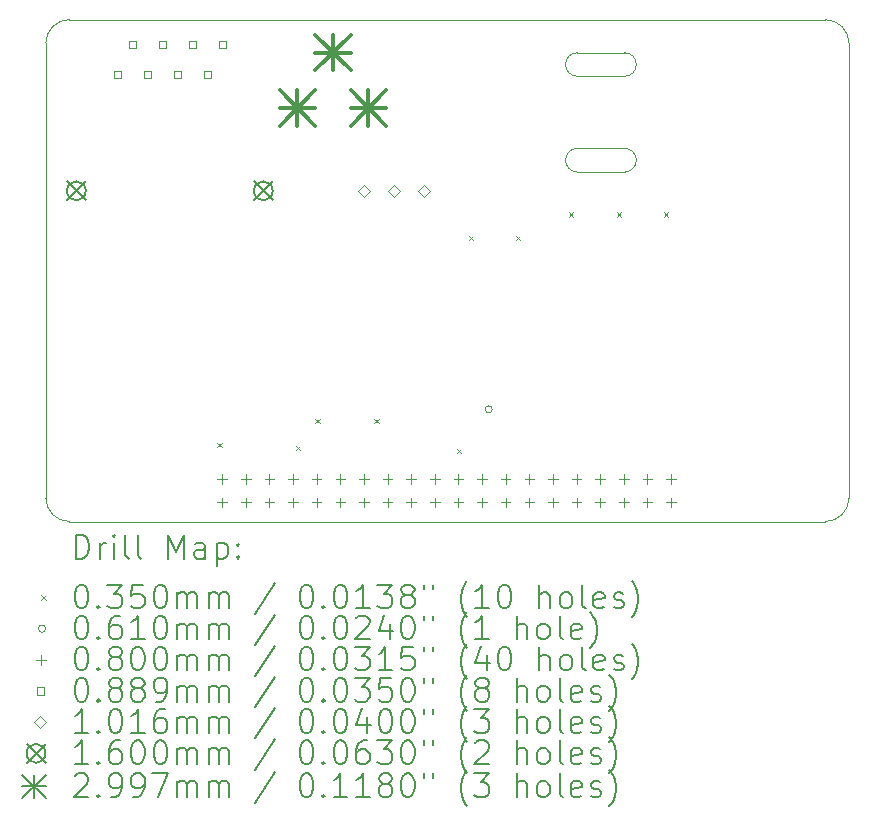
<source format=gbr>
%FSLAX45Y45*%
G04 Gerber Fmt 4.5, Leading zero omitted, Abs format (unit mm)*
G04 Created by KiCad (PCBNEW (6.0.0)) date 2022-05-10 23:48:08*
%MOMM*%
%LPD*%
G01*
G04 APERTURE LIST*
%TA.AperFunction,Profile*%
%ADD10C,0.050000*%
%TD*%
%ADD11C,0.200000*%
%ADD12C,0.035000*%
%ADD13C,0.060960*%
%ADD14C,0.080000*%
%ADD15C,0.088900*%
%ADD16C,0.101600*%
%ADD17C,0.160000*%
%ADD18C,0.299720*%
G04 APERTURE END LIST*
D10*
X15950110Y-8655360D02*
G75*
G03*
X15850110Y-8755360I0J-100000D01*
G01*
X18250110Y-8575360D02*
G75*
G03*
X18050110Y-8375360I-200000J0D01*
G01*
X16450110Y-8755360D02*
G75*
G03*
X16350110Y-8655360I-100000J0D01*
G01*
X16350110Y-8855360D02*
G75*
G03*
X16450110Y-8755360I0J100000D01*
G01*
X18050110Y-12625360D02*
G75*
G03*
X18250110Y-12425360I0J200000D01*
G01*
X16350110Y-8655360D02*
X15950110Y-8655360D01*
X11650110Y-12625360D02*
X18050110Y-12625360D01*
X18250110Y-8575360D02*
X18250110Y-12425360D01*
X16350110Y-9465360D02*
X15950110Y-9465360D01*
X11450110Y-12425360D02*
G75*
G03*
X11650110Y-12625360I200000J0D01*
G01*
X15950110Y-9465360D02*
G75*
G03*
X15850110Y-9565360I0J-100000D01*
G01*
X16350110Y-9665360D02*
G75*
G03*
X16450110Y-9565360I0J100000D01*
G01*
X11650110Y-8375360D02*
X18050110Y-8375360D01*
X15850110Y-9565360D02*
G75*
G03*
X15950110Y-9665360I100000J0D01*
G01*
X11450110Y-12425360D02*
X11450110Y-8575360D01*
X15950110Y-8855360D02*
X16350110Y-8855360D01*
X15950110Y-9665360D02*
X16350110Y-9665360D01*
X16450110Y-9565360D02*
G75*
G03*
X16350110Y-9465360I-100000J0D01*
G01*
X15850110Y-8755360D02*
G75*
G03*
X15950110Y-8855360I100000J0D01*
G01*
X11650110Y-8375360D02*
G75*
G03*
X11450110Y-8575360I0J-200000D01*
G01*
D11*
D12*
X12902610Y-11957860D02*
X12937610Y-11992860D01*
X12937610Y-11957860D02*
X12902610Y-11992860D01*
X13567000Y-11984500D02*
X13602000Y-12019500D01*
X13602000Y-11984500D02*
X13567000Y-12019500D01*
X13732610Y-11757860D02*
X13767610Y-11792860D01*
X13767610Y-11757860D02*
X13732610Y-11792860D01*
X14232610Y-11757860D02*
X14267610Y-11792860D01*
X14267610Y-11757860D02*
X14232610Y-11792860D01*
X14932610Y-12007860D02*
X14967610Y-12042860D01*
X14967610Y-12007860D02*
X14932610Y-12042860D01*
X15032610Y-10207860D02*
X15067610Y-10242860D01*
X15067610Y-10207860D02*
X15032610Y-10242860D01*
X15432610Y-10207860D02*
X15467610Y-10242860D01*
X15467610Y-10207860D02*
X15432610Y-10242860D01*
X15882610Y-10007860D02*
X15917610Y-10042860D01*
X15917610Y-10007860D02*
X15882610Y-10042860D01*
X16282610Y-10007860D02*
X16317610Y-10042860D01*
X16317610Y-10007860D02*
X16282610Y-10042860D01*
X16682610Y-10007860D02*
X16717610Y-10042860D01*
X16717610Y-10007860D02*
X16682610Y-10042860D01*
D13*
X15230590Y-11675360D02*
G75*
G03*
X15230590Y-11675360I-30480J0D01*
G01*
D14*
X12943610Y-12223361D02*
X12943610Y-12303361D01*
X12903610Y-12263361D02*
X12983610Y-12263361D01*
X12943610Y-12423361D02*
X12943610Y-12503361D01*
X12903610Y-12463361D02*
X12983610Y-12463361D01*
X13143610Y-12223361D02*
X13143610Y-12303361D01*
X13103610Y-12263361D02*
X13183610Y-12263361D01*
X13143610Y-12423361D02*
X13143610Y-12503361D01*
X13103610Y-12463361D02*
X13183610Y-12463361D01*
X13343610Y-12223361D02*
X13343610Y-12303361D01*
X13303610Y-12263361D02*
X13383610Y-12263361D01*
X13343610Y-12423361D02*
X13343610Y-12503361D01*
X13303610Y-12463361D02*
X13383610Y-12463361D01*
X13543610Y-12223361D02*
X13543610Y-12303361D01*
X13503610Y-12263361D02*
X13583610Y-12263361D01*
X13543610Y-12423361D02*
X13543610Y-12503361D01*
X13503610Y-12463361D02*
X13583610Y-12463361D01*
X13743610Y-12223361D02*
X13743610Y-12303361D01*
X13703610Y-12263361D02*
X13783610Y-12263361D01*
X13743610Y-12423361D02*
X13743610Y-12503361D01*
X13703610Y-12463361D02*
X13783610Y-12463361D01*
X13943610Y-12223361D02*
X13943610Y-12303361D01*
X13903610Y-12263361D02*
X13983610Y-12263361D01*
X13943610Y-12423361D02*
X13943610Y-12503361D01*
X13903610Y-12463361D02*
X13983610Y-12463361D01*
X14143610Y-12223361D02*
X14143610Y-12303361D01*
X14103610Y-12263361D02*
X14183610Y-12263361D01*
X14143610Y-12423361D02*
X14143610Y-12503361D01*
X14103610Y-12463361D02*
X14183610Y-12463361D01*
X14343610Y-12223361D02*
X14343610Y-12303361D01*
X14303610Y-12263361D02*
X14383610Y-12263361D01*
X14343610Y-12423361D02*
X14343610Y-12503361D01*
X14303610Y-12463361D02*
X14383610Y-12463361D01*
X14543610Y-12223361D02*
X14543610Y-12303361D01*
X14503610Y-12263361D02*
X14583610Y-12263361D01*
X14543610Y-12423361D02*
X14543610Y-12503361D01*
X14503610Y-12463361D02*
X14583610Y-12463361D01*
X14743610Y-12223361D02*
X14743610Y-12303361D01*
X14703610Y-12263361D02*
X14783610Y-12263361D01*
X14743610Y-12423361D02*
X14743610Y-12503361D01*
X14703610Y-12463361D02*
X14783610Y-12463361D01*
X14943610Y-12223361D02*
X14943610Y-12303361D01*
X14903610Y-12263361D02*
X14983610Y-12263361D01*
X14943610Y-12423361D02*
X14943610Y-12503361D01*
X14903610Y-12463361D02*
X14983610Y-12463361D01*
X15143610Y-12223361D02*
X15143610Y-12303361D01*
X15103610Y-12263361D02*
X15183610Y-12263361D01*
X15143610Y-12423361D02*
X15143610Y-12503361D01*
X15103610Y-12463361D02*
X15183610Y-12463361D01*
X15343610Y-12223361D02*
X15343610Y-12303361D01*
X15303610Y-12263361D02*
X15383610Y-12263361D01*
X15343610Y-12423361D02*
X15343610Y-12503361D01*
X15303610Y-12463361D02*
X15383610Y-12463361D01*
X15543610Y-12223361D02*
X15543610Y-12303361D01*
X15503610Y-12263361D02*
X15583610Y-12263361D01*
X15543610Y-12423361D02*
X15543610Y-12503361D01*
X15503610Y-12463361D02*
X15583610Y-12463361D01*
X15743610Y-12223361D02*
X15743610Y-12303361D01*
X15703610Y-12263361D02*
X15783610Y-12263361D01*
X15743610Y-12423361D02*
X15743610Y-12503361D01*
X15703610Y-12463361D02*
X15783610Y-12463361D01*
X15943610Y-12223361D02*
X15943610Y-12303361D01*
X15903610Y-12263361D02*
X15983610Y-12263361D01*
X15943610Y-12423361D02*
X15943610Y-12503361D01*
X15903610Y-12463361D02*
X15983610Y-12463361D01*
X16143610Y-12223361D02*
X16143610Y-12303361D01*
X16103610Y-12263361D02*
X16183610Y-12263361D01*
X16143610Y-12423361D02*
X16143610Y-12503361D01*
X16103610Y-12463361D02*
X16183610Y-12463361D01*
X16343610Y-12223361D02*
X16343610Y-12303361D01*
X16303610Y-12263361D02*
X16383610Y-12263361D01*
X16343610Y-12423361D02*
X16343610Y-12503361D01*
X16303610Y-12463361D02*
X16383610Y-12463361D01*
X16543610Y-12223361D02*
X16543610Y-12303361D01*
X16503610Y-12263361D02*
X16583610Y-12263361D01*
X16543610Y-12423361D02*
X16543610Y-12503361D01*
X16503610Y-12463361D02*
X16583610Y-12463361D01*
X16743610Y-12223361D02*
X16743610Y-12303361D01*
X16703610Y-12263361D02*
X16783610Y-12263361D01*
X16743610Y-12423361D02*
X16743610Y-12503361D01*
X16703610Y-12463361D02*
X16783610Y-12463361D01*
D15*
X12087041Y-8871791D02*
X12087041Y-8808929D01*
X12024179Y-8808929D01*
X12024179Y-8871791D01*
X12087041Y-8871791D01*
X12214041Y-8617791D02*
X12214041Y-8554929D01*
X12151179Y-8554929D01*
X12151179Y-8617791D01*
X12214041Y-8617791D01*
X12341041Y-8871791D02*
X12341041Y-8808929D01*
X12278179Y-8808929D01*
X12278179Y-8871791D01*
X12341041Y-8871791D01*
X12468041Y-8617791D02*
X12468041Y-8554929D01*
X12405179Y-8554929D01*
X12405179Y-8617791D01*
X12468041Y-8617791D01*
X12595041Y-8871791D02*
X12595041Y-8808929D01*
X12532179Y-8808929D01*
X12532179Y-8871791D01*
X12595041Y-8871791D01*
X12722041Y-8617791D02*
X12722041Y-8554929D01*
X12659179Y-8554929D01*
X12659179Y-8617791D01*
X12722041Y-8617791D01*
X12849041Y-8871791D02*
X12849041Y-8808929D01*
X12786179Y-8808929D01*
X12786179Y-8871791D01*
X12849041Y-8871791D01*
X12976041Y-8617791D02*
X12976041Y-8554929D01*
X12913179Y-8554929D01*
X12913179Y-8617791D01*
X12976041Y-8617791D01*
D16*
X14146110Y-9876160D02*
X14196910Y-9825360D01*
X14146110Y-9774560D01*
X14095310Y-9825360D01*
X14146110Y-9876160D01*
X14400110Y-9876160D02*
X14450910Y-9825360D01*
X14400110Y-9774560D01*
X14349310Y-9825360D01*
X14400110Y-9876160D01*
X14654110Y-9876160D02*
X14704910Y-9825360D01*
X14654110Y-9774560D01*
X14603310Y-9825360D01*
X14654110Y-9876160D01*
D17*
X11628610Y-9745360D02*
X11788610Y-9905360D01*
X11788610Y-9745360D02*
X11628610Y-9905360D01*
X11788610Y-9825360D02*
G75*
G03*
X11788610Y-9825360I-80000J0D01*
G01*
X13211610Y-9745360D02*
X13371610Y-9905360D01*
X13371610Y-9745360D02*
X13211610Y-9905360D01*
X13371610Y-9825360D02*
G75*
G03*
X13371610Y-9825360I-80000J0D01*
G01*
D18*
X13430250Y-8975499D02*
X13729970Y-9275219D01*
X13729970Y-8975499D02*
X13430250Y-9275219D01*
X13580110Y-8975499D02*
X13580110Y-9275219D01*
X13430250Y-9125359D02*
X13729970Y-9125359D01*
X13730250Y-8505499D02*
X14029970Y-8805219D01*
X14029970Y-8505499D02*
X13730250Y-8805219D01*
X13880110Y-8505499D02*
X13880110Y-8805219D01*
X13730250Y-8655359D02*
X14029970Y-8655359D01*
X14030250Y-8975499D02*
X14329970Y-9275219D01*
X14329970Y-8975499D02*
X14030250Y-9275219D01*
X14180110Y-8975499D02*
X14180110Y-9275219D01*
X14030250Y-9125359D02*
X14329970Y-9125359D01*
D11*
X11705229Y-12938336D02*
X11705229Y-12738336D01*
X11752848Y-12738336D01*
X11781419Y-12747860D01*
X11800467Y-12766908D01*
X11809991Y-12785955D01*
X11819515Y-12824050D01*
X11819515Y-12852622D01*
X11809991Y-12890717D01*
X11800467Y-12909765D01*
X11781419Y-12928812D01*
X11752848Y-12938336D01*
X11705229Y-12938336D01*
X11905229Y-12938336D02*
X11905229Y-12805003D01*
X11905229Y-12843098D02*
X11914753Y-12824050D01*
X11924277Y-12814527D01*
X11943324Y-12805003D01*
X11962372Y-12805003D01*
X12029038Y-12938336D02*
X12029038Y-12805003D01*
X12029038Y-12738336D02*
X12019515Y-12747860D01*
X12029038Y-12757384D01*
X12038562Y-12747860D01*
X12029038Y-12738336D01*
X12029038Y-12757384D01*
X12152848Y-12938336D02*
X12133800Y-12928812D01*
X12124277Y-12909765D01*
X12124277Y-12738336D01*
X12257610Y-12938336D02*
X12238562Y-12928812D01*
X12229038Y-12909765D01*
X12229038Y-12738336D01*
X12486181Y-12938336D02*
X12486181Y-12738336D01*
X12552848Y-12881193D01*
X12619515Y-12738336D01*
X12619515Y-12938336D01*
X12800467Y-12938336D02*
X12800467Y-12833574D01*
X12790943Y-12814527D01*
X12771896Y-12805003D01*
X12733800Y-12805003D01*
X12714753Y-12814527D01*
X12800467Y-12928812D02*
X12781419Y-12938336D01*
X12733800Y-12938336D01*
X12714753Y-12928812D01*
X12705229Y-12909765D01*
X12705229Y-12890717D01*
X12714753Y-12871669D01*
X12733800Y-12862146D01*
X12781419Y-12862146D01*
X12800467Y-12852622D01*
X12895705Y-12805003D02*
X12895705Y-13005003D01*
X12895705Y-12814527D02*
X12914753Y-12805003D01*
X12952848Y-12805003D01*
X12971896Y-12814527D01*
X12981419Y-12824050D01*
X12990943Y-12843098D01*
X12990943Y-12900241D01*
X12981419Y-12919288D01*
X12971896Y-12928812D01*
X12952848Y-12938336D01*
X12914753Y-12938336D01*
X12895705Y-12928812D01*
X13076658Y-12919288D02*
X13086181Y-12928812D01*
X13076658Y-12938336D01*
X13067134Y-12928812D01*
X13076658Y-12919288D01*
X13076658Y-12938336D01*
X13076658Y-12814527D02*
X13086181Y-12824050D01*
X13076658Y-12833574D01*
X13067134Y-12824050D01*
X13076658Y-12814527D01*
X13076658Y-12833574D01*
D12*
X11412610Y-13250360D02*
X11447610Y-13285360D01*
X11447610Y-13250360D02*
X11412610Y-13285360D01*
D11*
X11743324Y-13158336D02*
X11762372Y-13158336D01*
X11781419Y-13167860D01*
X11790943Y-13177384D01*
X11800467Y-13196431D01*
X11809991Y-13234527D01*
X11809991Y-13282146D01*
X11800467Y-13320241D01*
X11790943Y-13339288D01*
X11781419Y-13348812D01*
X11762372Y-13358336D01*
X11743324Y-13358336D01*
X11724277Y-13348812D01*
X11714753Y-13339288D01*
X11705229Y-13320241D01*
X11695705Y-13282146D01*
X11695705Y-13234527D01*
X11705229Y-13196431D01*
X11714753Y-13177384D01*
X11724277Y-13167860D01*
X11743324Y-13158336D01*
X11895705Y-13339288D02*
X11905229Y-13348812D01*
X11895705Y-13358336D01*
X11886181Y-13348812D01*
X11895705Y-13339288D01*
X11895705Y-13358336D01*
X11971896Y-13158336D02*
X12095705Y-13158336D01*
X12029038Y-13234527D01*
X12057610Y-13234527D01*
X12076658Y-13244050D01*
X12086181Y-13253574D01*
X12095705Y-13272622D01*
X12095705Y-13320241D01*
X12086181Y-13339288D01*
X12076658Y-13348812D01*
X12057610Y-13358336D01*
X12000467Y-13358336D01*
X11981419Y-13348812D01*
X11971896Y-13339288D01*
X12276658Y-13158336D02*
X12181419Y-13158336D01*
X12171896Y-13253574D01*
X12181419Y-13244050D01*
X12200467Y-13234527D01*
X12248086Y-13234527D01*
X12267134Y-13244050D01*
X12276658Y-13253574D01*
X12286181Y-13272622D01*
X12286181Y-13320241D01*
X12276658Y-13339288D01*
X12267134Y-13348812D01*
X12248086Y-13358336D01*
X12200467Y-13358336D01*
X12181419Y-13348812D01*
X12171896Y-13339288D01*
X12409991Y-13158336D02*
X12429038Y-13158336D01*
X12448086Y-13167860D01*
X12457610Y-13177384D01*
X12467134Y-13196431D01*
X12476658Y-13234527D01*
X12476658Y-13282146D01*
X12467134Y-13320241D01*
X12457610Y-13339288D01*
X12448086Y-13348812D01*
X12429038Y-13358336D01*
X12409991Y-13358336D01*
X12390943Y-13348812D01*
X12381419Y-13339288D01*
X12371896Y-13320241D01*
X12362372Y-13282146D01*
X12362372Y-13234527D01*
X12371896Y-13196431D01*
X12381419Y-13177384D01*
X12390943Y-13167860D01*
X12409991Y-13158336D01*
X12562372Y-13358336D02*
X12562372Y-13225003D01*
X12562372Y-13244050D02*
X12571896Y-13234527D01*
X12590943Y-13225003D01*
X12619515Y-13225003D01*
X12638562Y-13234527D01*
X12648086Y-13253574D01*
X12648086Y-13358336D01*
X12648086Y-13253574D02*
X12657610Y-13234527D01*
X12676658Y-13225003D01*
X12705229Y-13225003D01*
X12724277Y-13234527D01*
X12733800Y-13253574D01*
X12733800Y-13358336D01*
X12829038Y-13358336D02*
X12829038Y-13225003D01*
X12829038Y-13244050D02*
X12838562Y-13234527D01*
X12857610Y-13225003D01*
X12886181Y-13225003D01*
X12905229Y-13234527D01*
X12914753Y-13253574D01*
X12914753Y-13358336D01*
X12914753Y-13253574D02*
X12924277Y-13234527D01*
X12943324Y-13225003D01*
X12971896Y-13225003D01*
X12990943Y-13234527D01*
X13000467Y-13253574D01*
X13000467Y-13358336D01*
X13390943Y-13148812D02*
X13219515Y-13405955D01*
X13648086Y-13158336D02*
X13667134Y-13158336D01*
X13686181Y-13167860D01*
X13695705Y-13177384D01*
X13705229Y-13196431D01*
X13714753Y-13234527D01*
X13714753Y-13282146D01*
X13705229Y-13320241D01*
X13695705Y-13339288D01*
X13686181Y-13348812D01*
X13667134Y-13358336D01*
X13648086Y-13358336D01*
X13629038Y-13348812D01*
X13619515Y-13339288D01*
X13609991Y-13320241D01*
X13600467Y-13282146D01*
X13600467Y-13234527D01*
X13609991Y-13196431D01*
X13619515Y-13177384D01*
X13629038Y-13167860D01*
X13648086Y-13158336D01*
X13800467Y-13339288D02*
X13809991Y-13348812D01*
X13800467Y-13358336D01*
X13790943Y-13348812D01*
X13800467Y-13339288D01*
X13800467Y-13358336D01*
X13933800Y-13158336D02*
X13952848Y-13158336D01*
X13971896Y-13167860D01*
X13981419Y-13177384D01*
X13990943Y-13196431D01*
X14000467Y-13234527D01*
X14000467Y-13282146D01*
X13990943Y-13320241D01*
X13981419Y-13339288D01*
X13971896Y-13348812D01*
X13952848Y-13358336D01*
X13933800Y-13358336D01*
X13914753Y-13348812D01*
X13905229Y-13339288D01*
X13895705Y-13320241D01*
X13886181Y-13282146D01*
X13886181Y-13234527D01*
X13895705Y-13196431D01*
X13905229Y-13177384D01*
X13914753Y-13167860D01*
X13933800Y-13158336D01*
X14190943Y-13358336D02*
X14076658Y-13358336D01*
X14133800Y-13358336D02*
X14133800Y-13158336D01*
X14114753Y-13186908D01*
X14095705Y-13205955D01*
X14076658Y-13215479D01*
X14257610Y-13158336D02*
X14381419Y-13158336D01*
X14314753Y-13234527D01*
X14343324Y-13234527D01*
X14362372Y-13244050D01*
X14371896Y-13253574D01*
X14381419Y-13272622D01*
X14381419Y-13320241D01*
X14371896Y-13339288D01*
X14362372Y-13348812D01*
X14343324Y-13358336D01*
X14286181Y-13358336D01*
X14267134Y-13348812D01*
X14257610Y-13339288D01*
X14495705Y-13244050D02*
X14476658Y-13234527D01*
X14467134Y-13225003D01*
X14457610Y-13205955D01*
X14457610Y-13196431D01*
X14467134Y-13177384D01*
X14476658Y-13167860D01*
X14495705Y-13158336D01*
X14533800Y-13158336D01*
X14552848Y-13167860D01*
X14562372Y-13177384D01*
X14571896Y-13196431D01*
X14571896Y-13205955D01*
X14562372Y-13225003D01*
X14552848Y-13234527D01*
X14533800Y-13244050D01*
X14495705Y-13244050D01*
X14476658Y-13253574D01*
X14467134Y-13263098D01*
X14457610Y-13282146D01*
X14457610Y-13320241D01*
X14467134Y-13339288D01*
X14476658Y-13348812D01*
X14495705Y-13358336D01*
X14533800Y-13358336D01*
X14552848Y-13348812D01*
X14562372Y-13339288D01*
X14571896Y-13320241D01*
X14571896Y-13282146D01*
X14562372Y-13263098D01*
X14552848Y-13253574D01*
X14533800Y-13244050D01*
X14648086Y-13158336D02*
X14648086Y-13196431D01*
X14724277Y-13158336D02*
X14724277Y-13196431D01*
X15019515Y-13434527D02*
X15009991Y-13425003D01*
X14990943Y-13396431D01*
X14981419Y-13377384D01*
X14971896Y-13348812D01*
X14962372Y-13301193D01*
X14962372Y-13263098D01*
X14971896Y-13215479D01*
X14981419Y-13186908D01*
X14990943Y-13167860D01*
X15009991Y-13139288D01*
X15019515Y-13129765D01*
X15200467Y-13358336D02*
X15086181Y-13358336D01*
X15143324Y-13358336D02*
X15143324Y-13158336D01*
X15124277Y-13186908D01*
X15105229Y-13205955D01*
X15086181Y-13215479D01*
X15324277Y-13158336D02*
X15343324Y-13158336D01*
X15362372Y-13167860D01*
X15371896Y-13177384D01*
X15381419Y-13196431D01*
X15390943Y-13234527D01*
X15390943Y-13282146D01*
X15381419Y-13320241D01*
X15371896Y-13339288D01*
X15362372Y-13348812D01*
X15343324Y-13358336D01*
X15324277Y-13358336D01*
X15305229Y-13348812D01*
X15295705Y-13339288D01*
X15286181Y-13320241D01*
X15276658Y-13282146D01*
X15276658Y-13234527D01*
X15286181Y-13196431D01*
X15295705Y-13177384D01*
X15305229Y-13167860D01*
X15324277Y-13158336D01*
X15629038Y-13358336D02*
X15629038Y-13158336D01*
X15714753Y-13358336D02*
X15714753Y-13253574D01*
X15705229Y-13234527D01*
X15686181Y-13225003D01*
X15657610Y-13225003D01*
X15638562Y-13234527D01*
X15629038Y-13244050D01*
X15838562Y-13358336D02*
X15819515Y-13348812D01*
X15809991Y-13339288D01*
X15800467Y-13320241D01*
X15800467Y-13263098D01*
X15809991Y-13244050D01*
X15819515Y-13234527D01*
X15838562Y-13225003D01*
X15867134Y-13225003D01*
X15886181Y-13234527D01*
X15895705Y-13244050D01*
X15905229Y-13263098D01*
X15905229Y-13320241D01*
X15895705Y-13339288D01*
X15886181Y-13348812D01*
X15867134Y-13358336D01*
X15838562Y-13358336D01*
X16019515Y-13358336D02*
X16000467Y-13348812D01*
X15990943Y-13329765D01*
X15990943Y-13158336D01*
X16171896Y-13348812D02*
X16152848Y-13358336D01*
X16114753Y-13358336D01*
X16095705Y-13348812D01*
X16086181Y-13329765D01*
X16086181Y-13253574D01*
X16095705Y-13234527D01*
X16114753Y-13225003D01*
X16152848Y-13225003D01*
X16171896Y-13234527D01*
X16181419Y-13253574D01*
X16181419Y-13272622D01*
X16086181Y-13291669D01*
X16257610Y-13348812D02*
X16276658Y-13358336D01*
X16314753Y-13358336D01*
X16333800Y-13348812D01*
X16343324Y-13329765D01*
X16343324Y-13320241D01*
X16333800Y-13301193D01*
X16314753Y-13291669D01*
X16286181Y-13291669D01*
X16267134Y-13282146D01*
X16257610Y-13263098D01*
X16257610Y-13253574D01*
X16267134Y-13234527D01*
X16286181Y-13225003D01*
X16314753Y-13225003D01*
X16333800Y-13234527D01*
X16409991Y-13434527D02*
X16419515Y-13425003D01*
X16438562Y-13396431D01*
X16448086Y-13377384D01*
X16457610Y-13348812D01*
X16467134Y-13301193D01*
X16467134Y-13263098D01*
X16457610Y-13215479D01*
X16448086Y-13186908D01*
X16438562Y-13167860D01*
X16419515Y-13139288D01*
X16409991Y-13129765D01*
D13*
X11447610Y-13531860D02*
G75*
G03*
X11447610Y-13531860I-30480J0D01*
G01*
D11*
X11743324Y-13422336D02*
X11762372Y-13422336D01*
X11781419Y-13431860D01*
X11790943Y-13441384D01*
X11800467Y-13460431D01*
X11809991Y-13498527D01*
X11809991Y-13546146D01*
X11800467Y-13584241D01*
X11790943Y-13603288D01*
X11781419Y-13612812D01*
X11762372Y-13622336D01*
X11743324Y-13622336D01*
X11724277Y-13612812D01*
X11714753Y-13603288D01*
X11705229Y-13584241D01*
X11695705Y-13546146D01*
X11695705Y-13498527D01*
X11705229Y-13460431D01*
X11714753Y-13441384D01*
X11724277Y-13431860D01*
X11743324Y-13422336D01*
X11895705Y-13603288D02*
X11905229Y-13612812D01*
X11895705Y-13622336D01*
X11886181Y-13612812D01*
X11895705Y-13603288D01*
X11895705Y-13622336D01*
X12076658Y-13422336D02*
X12038562Y-13422336D01*
X12019515Y-13431860D01*
X12009991Y-13441384D01*
X11990943Y-13469955D01*
X11981419Y-13508050D01*
X11981419Y-13584241D01*
X11990943Y-13603288D01*
X12000467Y-13612812D01*
X12019515Y-13622336D01*
X12057610Y-13622336D01*
X12076658Y-13612812D01*
X12086181Y-13603288D01*
X12095705Y-13584241D01*
X12095705Y-13536622D01*
X12086181Y-13517574D01*
X12076658Y-13508050D01*
X12057610Y-13498527D01*
X12019515Y-13498527D01*
X12000467Y-13508050D01*
X11990943Y-13517574D01*
X11981419Y-13536622D01*
X12286181Y-13622336D02*
X12171896Y-13622336D01*
X12229038Y-13622336D02*
X12229038Y-13422336D01*
X12209991Y-13450908D01*
X12190943Y-13469955D01*
X12171896Y-13479479D01*
X12409991Y-13422336D02*
X12429038Y-13422336D01*
X12448086Y-13431860D01*
X12457610Y-13441384D01*
X12467134Y-13460431D01*
X12476658Y-13498527D01*
X12476658Y-13546146D01*
X12467134Y-13584241D01*
X12457610Y-13603288D01*
X12448086Y-13612812D01*
X12429038Y-13622336D01*
X12409991Y-13622336D01*
X12390943Y-13612812D01*
X12381419Y-13603288D01*
X12371896Y-13584241D01*
X12362372Y-13546146D01*
X12362372Y-13498527D01*
X12371896Y-13460431D01*
X12381419Y-13441384D01*
X12390943Y-13431860D01*
X12409991Y-13422336D01*
X12562372Y-13622336D02*
X12562372Y-13489003D01*
X12562372Y-13508050D02*
X12571896Y-13498527D01*
X12590943Y-13489003D01*
X12619515Y-13489003D01*
X12638562Y-13498527D01*
X12648086Y-13517574D01*
X12648086Y-13622336D01*
X12648086Y-13517574D02*
X12657610Y-13498527D01*
X12676658Y-13489003D01*
X12705229Y-13489003D01*
X12724277Y-13498527D01*
X12733800Y-13517574D01*
X12733800Y-13622336D01*
X12829038Y-13622336D02*
X12829038Y-13489003D01*
X12829038Y-13508050D02*
X12838562Y-13498527D01*
X12857610Y-13489003D01*
X12886181Y-13489003D01*
X12905229Y-13498527D01*
X12914753Y-13517574D01*
X12914753Y-13622336D01*
X12914753Y-13517574D02*
X12924277Y-13498527D01*
X12943324Y-13489003D01*
X12971896Y-13489003D01*
X12990943Y-13498527D01*
X13000467Y-13517574D01*
X13000467Y-13622336D01*
X13390943Y-13412812D02*
X13219515Y-13669955D01*
X13648086Y-13422336D02*
X13667134Y-13422336D01*
X13686181Y-13431860D01*
X13695705Y-13441384D01*
X13705229Y-13460431D01*
X13714753Y-13498527D01*
X13714753Y-13546146D01*
X13705229Y-13584241D01*
X13695705Y-13603288D01*
X13686181Y-13612812D01*
X13667134Y-13622336D01*
X13648086Y-13622336D01*
X13629038Y-13612812D01*
X13619515Y-13603288D01*
X13609991Y-13584241D01*
X13600467Y-13546146D01*
X13600467Y-13498527D01*
X13609991Y-13460431D01*
X13619515Y-13441384D01*
X13629038Y-13431860D01*
X13648086Y-13422336D01*
X13800467Y-13603288D02*
X13809991Y-13612812D01*
X13800467Y-13622336D01*
X13790943Y-13612812D01*
X13800467Y-13603288D01*
X13800467Y-13622336D01*
X13933800Y-13422336D02*
X13952848Y-13422336D01*
X13971896Y-13431860D01*
X13981419Y-13441384D01*
X13990943Y-13460431D01*
X14000467Y-13498527D01*
X14000467Y-13546146D01*
X13990943Y-13584241D01*
X13981419Y-13603288D01*
X13971896Y-13612812D01*
X13952848Y-13622336D01*
X13933800Y-13622336D01*
X13914753Y-13612812D01*
X13905229Y-13603288D01*
X13895705Y-13584241D01*
X13886181Y-13546146D01*
X13886181Y-13498527D01*
X13895705Y-13460431D01*
X13905229Y-13441384D01*
X13914753Y-13431860D01*
X13933800Y-13422336D01*
X14076658Y-13441384D02*
X14086181Y-13431860D01*
X14105229Y-13422336D01*
X14152848Y-13422336D01*
X14171896Y-13431860D01*
X14181419Y-13441384D01*
X14190943Y-13460431D01*
X14190943Y-13479479D01*
X14181419Y-13508050D01*
X14067134Y-13622336D01*
X14190943Y-13622336D01*
X14362372Y-13489003D02*
X14362372Y-13622336D01*
X14314753Y-13412812D02*
X14267134Y-13555669D01*
X14390943Y-13555669D01*
X14505229Y-13422336D02*
X14524277Y-13422336D01*
X14543324Y-13431860D01*
X14552848Y-13441384D01*
X14562372Y-13460431D01*
X14571896Y-13498527D01*
X14571896Y-13546146D01*
X14562372Y-13584241D01*
X14552848Y-13603288D01*
X14543324Y-13612812D01*
X14524277Y-13622336D01*
X14505229Y-13622336D01*
X14486181Y-13612812D01*
X14476658Y-13603288D01*
X14467134Y-13584241D01*
X14457610Y-13546146D01*
X14457610Y-13498527D01*
X14467134Y-13460431D01*
X14476658Y-13441384D01*
X14486181Y-13431860D01*
X14505229Y-13422336D01*
X14648086Y-13422336D02*
X14648086Y-13460431D01*
X14724277Y-13422336D02*
X14724277Y-13460431D01*
X15019515Y-13698527D02*
X15009991Y-13689003D01*
X14990943Y-13660431D01*
X14981419Y-13641384D01*
X14971896Y-13612812D01*
X14962372Y-13565193D01*
X14962372Y-13527098D01*
X14971896Y-13479479D01*
X14981419Y-13450908D01*
X14990943Y-13431860D01*
X15009991Y-13403288D01*
X15019515Y-13393765D01*
X15200467Y-13622336D02*
X15086181Y-13622336D01*
X15143324Y-13622336D02*
X15143324Y-13422336D01*
X15124277Y-13450908D01*
X15105229Y-13469955D01*
X15086181Y-13479479D01*
X15438562Y-13622336D02*
X15438562Y-13422336D01*
X15524277Y-13622336D02*
X15524277Y-13517574D01*
X15514753Y-13498527D01*
X15495705Y-13489003D01*
X15467134Y-13489003D01*
X15448086Y-13498527D01*
X15438562Y-13508050D01*
X15648086Y-13622336D02*
X15629038Y-13612812D01*
X15619515Y-13603288D01*
X15609991Y-13584241D01*
X15609991Y-13527098D01*
X15619515Y-13508050D01*
X15629038Y-13498527D01*
X15648086Y-13489003D01*
X15676658Y-13489003D01*
X15695705Y-13498527D01*
X15705229Y-13508050D01*
X15714753Y-13527098D01*
X15714753Y-13584241D01*
X15705229Y-13603288D01*
X15695705Y-13612812D01*
X15676658Y-13622336D01*
X15648086Y-13622336D01*
X15829038Y-13622336D02*
X15809991Y-13612812D01*
X15800467Y-13593765D01*
X15800467Y-13422336D01*
X15981419Y-13612812D02*
X15962372Y-13622336D01*
X15924277Y-13622336D01*
X15905229Y-13612812D01*
X15895705Y-13593765D01*
X15895705Y-13517574D01*
X15905229Y-13498527D01*
X15924277Y-13489003D01*
X15962372Y-13489003D01*
X15981419Y-13498527D01*
X15990943Y-13517574D01*
X15990943Y-13536622D01*
X15895705Y-13555669D01*
X16057610Y-13698527D02*
X16067134Y-13689003D01*
X16086181Y-13660431D01*
X16095705Y-13641384D01*
X16105229Y-13612812D01*
X16114753Y-13565193D01*
X16114753Y-13527098D01*
X16105229Y-13479479D01*
X16095705Y-13450908D01*
X16086181Y-13431860D01*
X16067134Y-13403288D01*
X16057610Y-13393765D01*
D14*
X11407610Y-13755860D02*
X11407610Y-13835860D01*
X11367610Y-13795860D02*
X11447610Y-13795860D01*
D11*
X11743324Y-13686336D02*
X11762372Y-13686336D01*
X11781419Y-13695860D01*
X11790943Y-13705384D01*
X11800467Y-13724431D01*
X11809991Y-13762527D01*
X11809991Y-13810146D01*
X11800467Y-13848241D01*
X11790943Y-13867288D01*
X11781419Y-13876812D01*
X11762372Y-13886336D01*
X11743324Y-13886336D01*
X11724277Y-13876812D01*
X11714753Y-13867288D01*
X11705229Y-13848241D01*
X11695705Y-13810146D01*
X11695705Y-13762527D01*
X11705229Y-13724431D01*
X11714753Y-13705384D01*
X11724277Y-13695860D01*
X11743324Y-13686336D01*
X11895705Y-13867288D02*
X11905229Y-13876812D01*
X11895705Y-13886336D01*
X11886181Y-13876812D01*
X11895705Y-13867288D01*
X11895705Y-13886336D01*
X12019515Y-13772050D02*
X12000467Y-13762527D01*
X11990943Y-13753003D01*
X11981419Y-13733955D01*
X11981419Y-13724431D01*
X11990943Y-13705384D01*
X12000467Y-13695860D01*
X12019515Y-13686336D01*
X12057610Y-13686336D01*
X12076658Y-13695860D01*
X12086181Y-13705384D01*
X12095705Y-13724431D01*
X12095705Y-13733955D01*
X12086181Y-13753003D01*
X12076658Y-13762527D01*
X12057610Y-13772050D01*
X12019515Y-13772050D01*
X12000467Y-13781574D01*
X11990943Y-13791098D01*
X11981419Y-13810146D01*
X11981419Y-13848241D01*
X11990943Y-13867288D01*
X12000467Y-13876812D01*
X12019515Y-13886336D01*
X12057610Y-13886336D01*
X12076658Y-13876812D01*
X12086181Y-13867288D01*
X12095705Y-13848241D01*
X12095705Y-13810146D01*
X12086181Y-13791098D01*
X12076658Y-13781574D01*
X12057610Y-13772050D01*
X12219515Y-13686336D02*
X12238562Y-13686336D01*
X12257610Y-13695860D01*
X12267134Y-13705384D01*
X12276658Y-13724431D01*
X12286181Y-13762527D01*
X12286181Y-13810146D01*
X12276658Y-13848241D01*
X12267134Y-13867288D01*
X12257610Y-13876812D01*
X12238562Y-13886336D01*
X12219515Y-13886336D01*
X12200467Y-13876812D01*
X12190943Y-13867288D01*
X12181419Y-13848241D01*
X12171896Y-13810146D01*
X12171896Y-13762527D01*
X12181419Y-13724431D01*
X12190943Y-13705384D01*
X12200467Y-13695860D01*
X12219515Y-13686336D01*
X12409991Y-13686336D02*
X12429038Y-13686336D01*
X12448086Y-13695860D01*
X12457610Y-13705384D01*
X12467134Y-13724431D01*
X12476658Y-13762527D01*
X12476658Y-13810146D01*
X12467134Y-13848241D01*
X12457610Y-13867288D01*
X12448086Y-13876812D01*
X12429038Y-13886336D01*
X12409991Y-13886336D01*
X12390943Y-13876812D01*
X12381419Y-13867288D01*
X12371896Y-13848241D01*
X12362372Y-13810146D01*
X12362372Y-13762527D01*
X12371896Y-13724431D01*
X12381419Y-13705384D01*
X12390943Y-13695860D01*
X12409991Y-13686336D01*
X12562372Y-13886336D02*
X12562372Y-13753003D01*
X12562372Y-13772050D02*
X12571896Y-13762527D01*
X12590943Y-13753003D01*
X12619515Y-13753003D01*
X12638562Y-13762527D01*
X12648086Y-13781574D01*
X12648086Y-13886336D01*
X12648086Y-13781574D02*
X12657610Y-13762527D01*
X12676658Y-13753003D01*
X12705229Y-13753003D01*
X12724277Y-13762527D01*
X12733800Y-13781574D01*
X12733800Y-13886336D01*
X12829038Y-13886336D02*
X12829038Y-13753003D01*
X12829038Y-13772050D02*
X12838562Y-13762527D01*
X12857610Y-13753003D01*
X12886181Y-13753003D01*
X12905229Y-13762527D01*
X12914753Y-13781574D01*
X12914753Y-13886336D01*
X12914753Y-13781574D02*
X12924277Y-13762527D01*
X12943324Y-13753003D01*
X12971896Y-13753003D01*
X12990943Y-13762527D01*
X13000467Y-13781574D01*
X13000467Y-13886336D01*
X13390943Y-13676812D02*
X13219515Y-13933955D01*
X13648086Y-13686336D02*
X13667134Y-13686336D01*
X13686181Y-13695860D01*
X13695705Y-13705384D01*
X13705229Y-13724431D01*
X13714753Y-13762527D01*
X13714753Y-13810146D01*
X13705229Y-13848241D01*
X13695705Y-13867288D01*
X13686181Y-13876812D01*
X13667134Y-13886336D01*
X13648086Y-13886336D01*
X13629038Y-13876812D01*
X13619515Y-13867288D01*
X13609991Y-13848241D01*
X13600467Y-13810146D01*
X13600467Y-13762527D01*
X13609991Y-13724431D01*
X13619515Y-13705384D01*
X13629038Y-13695860D01*
X13648086Y-13686336D01*
X13800467Y-13867288D02*
X13809991Y-13876812D01*
X13800467Y-13886336D01*
X13790943Y-13876812D01*
X13800467Y-13867288D01*
X13800467Y-13886336D01*
X13933800Y-13686336D02*
X13952848Y-13686336D01*
X13971896Y-13695860D01*
X13981419Y-13705384D01*
X13990943Y-13724431D01*
X14000467Y-13762527D01*
X14000467Y-13810146D01*
X13990943Y-13848241D01*
X13981419Y-13867288D01*
X13971896Y-13876812D01*
X13952848Y-13886336D01*
X13933800Y-13886336D01*
X13914753Y-13876812D01*
X13905229Y-13867288D01*
X13895705Y-13848241D01*
X13886181Y-13810146D01*
X13886181Y-13762527D01*
X13895705Y-13724431D01*
X13905229Y-13705384D01*
X13914753Y-13695860D01*
X13933800Y-13686336D01*
X14067134Y-13686336D02*
X14190943Y-13686336D01*
X14124277Y-13762527D01*
X14152848Y-13762527D01*
X14171896Y-13772050D01*
X14181419Y-13781574D01*
X14190943Y-13800622D01*
X14190943Y-13848241D01*
X14181419Y-13867288D01*
X14171896Y-13876812D01*
X14152848Y-13886336D01*
X14095705Y-13886336D01*
X14076658Y-13876812D01*
X14067134Y-13867288D01*
X14381419Y-13886336D02*
X14267134Y-13886336D01*
X14324277Y-13886336D02*
X14324277Y-13686336D01*
X14305229Y-13714908D01*
X14286181Y-13733955D01*
X14267134Y-13743479D01*
X14562372Y-13686336D02*
X14467134Y-13686336D01*
X14457610Y-13781574D01*
X14467134Y-13772050D01*
X14486181Y-13762527D01*
X14533800Y-13762527D01*
X14552848Y-13772050D01*
X14562372Y-13781574D01*
X14571896Y-13800622D01*
X14571896Y-13848241D01*
X14562372Y-13867288D01*
X14552848Y-13876812D01*
X14533800Y-13886336D01*
X14486181Y-13886336D01*
X14467134Y-13876812D01*
X14457610Y-13867288D01*
X14648086Y-13686336D02*
X14648086Y-13724431D01*
X14724277Y-13686336D02*
X14724277Y-13724431D01*
X15019515Y-13962527D02*
X15009991Y-13953003D01*
X14990943Y-13924431D01*
X14981419Y-13905384D01*
X14971896Y-13876812D01*
X14962372Y-13829193D01*
X14962372Y-13791098D01*
X14971896Y-13743479D01*
X14981419Y-13714908D01*
X14990943Y-13695860D01*
X15009991Y-13667288D01*
X15019515Y-13657765D01*
X15181419Y-13753003D02*
X15181419Y-13886336D01*
X15133800Y-13676812D02*
X15086181Y-13819669D01*
X15209991Y-13819669D01*
X15324277Y-13686336D02*
X15343324Y-13686336D01*
X15362372Y-13695860D01*
X15371896Y-13705384D01*
X15381419Y-13724431D01*
X15390943Y-13762527D01*
X15390943Y-13810146D01*
X15381419Y-13848241D01*
X15371896Y-13867288D01*
X15362372Y-13876812D01*
X15343324Y-13886336D01*
X15324277Y-13886336D01*
X15305229Y-13876812D01*
X15295705Y-13867288D01*
X15286181Y-13848241D01*
X15276658Y-13810146D01*
X15276658Y-13762527D01*
X15286181Y-13724431D01*
X15295705Y-13705384D01*
X15305229Y-13695860D01*
X15324277Y-13686336D01*
X15629038Y-13886336D02*
X15629038Y-13686336D01*
X15714753Y-13886336D02*
X15714753Y-13781574D01*
X15705229Y-13762527D01*
X15686181Y-13753003D01*
X15657610Y-13753003D01*
X15638562Y-13762527D01*
X15629038Y-13772050D01*
X15838562Y-13886336D02*
X15819515Y-13876812D01*
X15809991Y-13867288D01*
X15800467Y-13848241D01*
X15800467Y-13791098D01*
X15809991Y-13772050D01*
X15819515Y-13762527D01*
X15838562Y-13753003D01*
X15867134Y-13753003D01*
X15886181Y-13762527D01*
X15895705Y-13772050D01*
X15905229Y-13791098D01*
X15905229Y-13848241D01*
X15895705Y-13867288D01*
X15886181Y-13876812D01*
X15867134Y-13886336D01*
X15838562Y-13886336D01*
X16019515Y-13886336D02*
X16000467Y-13876812D01*
X15990943Y-13857765D01*
X15990943Y-13686336D01*
X16171896Y-13876812D02*
X16152848Y-13886336D01*
X16114753Y-13886336D01*
X16095705Y-13876812D01*
X16086181Y-13857765D01*
X16086181Y-13781574D01*
X16095705Y-13762527D01*
X16114753Y-13753003D01*
X16152848Y-13753003D01*
X16171896Y-13762527D01*
X16181419Y-13781574D01*
X16181419Y-13800622D01*
X16086181Y-13819669D01*
X16257610Y-13876812D02*
X16276658Y-13886336D01*
X16314753Y-13886336D01*
X16333800Y-13876812D01*
X16343324Y-13857765D01*
X16343324Y-13848241D01*
X16333800Y-13829193D01*
X16314753Y-13819669D01*
X16286181Y-13819669D01*
X16267134Y-13810146D01*
X16257610Y-13791098D01*
X16257610Y-13781574D01*
X16267134Y-13762527D01*
X16286181Y-13753003D01*
X16314753Y-13753003D01*
X16333800Y-13762527D01*
X16409991Y-13962527D02*
X16419515Y-13953003D01*
X16438562Y-13924431D01*
X16448086Y-13905384D01*
X16457610Y-13876812D01*
X16467134Y-13829193D01*
X16467134Y-13791098D01*
X16457610Y-13743479D01*
X16448086Y-13714908D01*
X16438562Y-13695860D01*
X16419515Y-13667288D01*
X16409991Y-13657765D01*
D15*
X11434591Y-14091291D02*
X11434591Y-14028429D01*
X11371729Y-14028429D01*
X11371729Y-14091291D01*
X11434591Y-14091291D01*
D11*
X11743324Y-13950336D02*
X11762372Y-13950336D01*
X11781419Y-13959860D01*
X11790943Y-13969384D01*
X11800467Y-13988431D01*
X11809991Y-14026527D01*
X11809991Y-14074146D01*
X11800467Y-14112241D01*
X11790943Y-14131288D01*
X11781419Y-14140812D01*
X11762372Y-14150336D01*
X11743324Y-14150336D01*
X11724277Y-14140812D01*
X11714753Y-14131288D01*
X11705229Y-14112241D01*
X11695705Y-14074146D01*
X11695705Y-14026527D01*
X11705229Y-13988431D01*
X11714753Y-13969384D01*
X11724277Y-13959860D01*
X11743324Y-13950336D01*
X11895705Y-14131288D02*
X11905229Y-14140812D01*
X11895705Y-14150336D01*
X11886181Y-14140812D01*
X11895705Y-14131288D01*
X11895705Y-14150336D01*
X12019515Y-14036050D02*
X12000467Y-14026527D01*
X11990943Y-14017003D01*
X11981419Y-13997955D01*
X11981419Y-13988431D01*
X11990943Y-13969384D01*
X12000467Y-13959860D01*
X12019515Y-13950336D01*
X12057610Y-13950336D01*
X12076658Y-13959860D01*
X12086181Y-13969384D01*
X12095705Y-13988431D01*
X12095705Y-13997955D01*
X12086181Y-14017003D01*
X12076658Y-14026527D01*
X12057610Y-14036050D01*
X12019515Y-14036050D01*
X12000467Y-14045574D01*
X11990943Y-14055098D01*
X11981419Y-14074146D01*
X11981419Y-14112241D01*
X11990943Y-14131288D01*
X12000467Y-14140812D01*
X12019515Y-14150336D01*
X12057610Y-14150336D01*
X12076658Y-14140812D01*
X12086181Y-14131288D01*
X12095705Y-14112241D01*
X12095705Y-14074146D01*
X12086181Y-14055098D01*
X12076658Y-14045574D01*
X12057610Y-14036050D01*
X12209991Y-14036050D02*
X12190943Y-14026527D01*
X12181419Y-14017003D01*
X12171896Y-13997955D01*
X12171896Y-13988431D01*
X12181419Y-13969384D01*
X12190943Y-13959860D01*
X12209991Y-13950336D01*
X12248086Y-13950336D01*
X12267134Y-13959860D01*
X12276658Y-13969384D01*
X12286181Y-13988431D01*
X12286181Y-13997955D01*
X12276658Y-14017003D01*
X12267134Y-14026527D01*
X12248086Y-14036050D01*
X12209991Y-14036050D01*
X12190943Y-14045574D01*
X12181419Y-14055098D01*
X12171896Y-14074146D01*
X12171896Y-14112241D01*
X12181419Y-14131288D01*
X12190943Y-14140812D01*
X12209991Y-14150336D01*
X12248086Y-14150336D01*
X12267134Y-14140812D01*
X12276658Y-14131288D01*
X12286181Y-14112241D01*
X12286181Y-14074146D01*
X12276658Y-14055098D01*
X12267134Y-14045574D01*
X12248086Y-14036050D01*
X12381419Y-14150336D02*
X12419515Y-14150336D01*
X12438562Y-14140812D01*
X12448086Y-14131288D01*
X12467134Y-14102717D01*
X12476658Y-14064622D01*
X12476658Y-13988431D01*
X12467134Y-13969384D01*
X12457610Y-13959860D01*
X12438562Y-13950336D01*
X12400467Y-13950336D01*
X12381419Y-13959860D01*
X12371896Y-13969384D01*
X12362372Y-13988431D01*
X12362372Y-14036050D01*
X12371896Y-14055098D01*
X12381419Y-14064622D01*
X12400467Y-14074146D01*
X12438562Y-14074146D01*
X12457610Y-14064622D01*
X12467134Y-14055098D01*
X12476658Y-14036050D01*
X12562372Y-14150336D02*
X12562372Y-14017003D01*
X12562372Y-14036050D02*
X12571896Y-14026527D01*
X12590943Y-14017003D01*
X12619515Y-14017003D01*
X12638562Y-14026527D01*
X12648086Y-14045574D01*
X12648086Y-14150336D01*
X12648086Y-14045574D02*
X12657610Y-14026527D01*
X12676658Y-14017003D01*
X12705229Y-14017003D01*
X12724277Y-14026527D01*
X12733800Y-14045574D01*
X12733800Y-14150336D01*
X12829038Y-14150336D02*
X12829038Y-14017003D01*
X12829038Y-14036050D02*
X12838562Y-14026527D01*
X12857610Y-14017003D01*
X12886181Y-14017003D01*
X12905229Y-14026527D01*
X12914753Y-14045574D01*
X12914753Y-14150336D01*
X12914753Y-14045574D02*
X12924277Y-14026527D01*
X12943324Y-14017003D01*
X12971896Y-14017003D01*
X12990943Y-14026527D01*
X13000467Y-14045574D01*
X13000467Y-14150336D01*
X13390943Y-13940812D02*
X13219515Y-14197955D01*
X13648086Y-13950336D02*
X13667134Y-13950336D01*
X13686181Y-13959860D01*
X13695705Y-13969384D01*
X13705229Y-13988431D01*
X13714753Y-14026527D01*
X13714753Y-14074146D01*
X13705229Y-14112241D01*
X13695705Y-14131288D01*
X13686181Y-14140812D01*
X13667134Y-14150336D01*
X13648086Y-14150336D01*
X13629038Y-14140812D01*
X13619515Y-14131288D01*
X13609991Y-14112241D01*
X13600467Y-14074146D01*
X13600467Y-14026527D01*
X13609991Y-13988431D01*
X13619515Y-13969384D01*
X13629038Y-13959860D01*
X13648086Y-13950336D01*
X13800467Y-14131288D02*
X13809991Y-14140812D01*
X13800467Y-14150336D01*
X13790943Y-14140812D01*
X13800467Y-14131288D01*
X13800467Y-14150336D01*
X13933800Y-13950336D02*
X13952848Y-13950336D01*
X13971896Y-13959860D01*
X13981419Y-13969384D01*
X13990943Y-13988431D01*
X14000467Y-14026527D01*
X14000467Y-14074146D01*
X13990943Y-14112241D01*
X13981419Y-14131288D01*
X13971896Y-14140812D01*
X13952848Y-14150336D01*
X13933800Y-14150336D01*
X13914753Y-14140812D01*
X13905229Y-14131288D01*
X13895705Y-14112241D01*
X13886181Y-14074146D01*
X13886181Y-14026527D01*
X13895705Y-13988431D01*
X13905229Y-13969384D01*
X13914753Y-13959860D01*
X13933800Y-13950336D01*
X14067134Y-13950336D02*
X14190943Y-13950336D01*
X14124277Y-14026527D01*
X14152848Y-14026527D01*
X14171896Y-14036050D01*
X14181419Y-14045574D01*
X14190943Y-14064622D01*
X14190943Y-14112241D01*
X14181419Y-14131288D01*
X14171896Y-14140812D01*
X14152848Y-14150336D01*
X14095705Y-14150336D01*
X14076658Y-14140812D01*
X14067134Y-14131288D01*
X14371896Y-13950336D02*
X14276658Y-13950336D01*
X14267134Y-14045574D01*
X14276658Y-14036050D01*
X14295705Y-14026527D01*
X14343324Y-14026527D01*
X14362372Y-14036050D01*
X14371896Y-14045574D01*
X14381419Y-14064622D01*
X14381419Y-14112241D01*
X14371896Y-14131288D01*
X14362372Y-14140812D01*
X14343324Y-14150336D01*
X14295705Y-14150336D01*
X14276658Y-14140812D01*
X14267134Y-14131288D01*
X14505229Y-13950336D02*
X14524277Y-13950336D01*
X14543324Y-13959860D01*
X14552848Y-13969384D01*
X14562372Y-13988431D01*
X14571896Y-14026527D01*
X14571896Y-14074146D01*
X14562372Y-14112241D01*
X14552848Y-14131288D01*
X14543324Y-14140812D01*
X14524277Y-14150336D01*
X14505229Y-14150336D01*
X14486181Y-14140812D01*
X14476658Y-14131288D01*
X14467134Y-14112241D01*
X14457610Y-14074146D01*
X14457610Y-14026527D01*
X14467134Y-13988431D01*
X14476658Y-13969384D01*
X14486181Y-13959860D01*
X14505229Y-13950336D01*
X14648086Y-13950336D02*
X14648086Y-13988431D01*
X14724277Y-13950336D02*
X14724277Y-13988431D01*
X15019515Y-14226527D02*
X15009991Y-14217003D01*
X14990943Y-14188431D01*
X14981419Y-14169384D01*
X14971896Y-14140812D01*
X14962372Y-14093193D01*
X14962372Y-14055098D01*
X14971896Y-14007479D01*
X14981419Y-13978908D01*
X14990943Y-13959860D01*
X15009991Y-13931288D01*
X15019515Y-13921765D01*
X15124277Y-14036050D02*
X15105229Y-14026527D01*
X15095705Y-14017003D01*
X15086181Y-13997955D01*
X15086181Y-13988431D01*
X15095705Y-13969384D01*
X15105229Y-13959860D01*
X15124277Y-13950336D01*
X15162372Y-13950336D01*
X15181419Y-13959860D01*
X15190943Y-13969384D01*
X15200467Y-13988431D01*
X15200467Y-13997955D01*
X15190943Y-14017003D01*
X15181419Y-14026527D01*
X15162372Y-14036050D01*
X15124277Y-14036050D01*
X15105229Y-14045574D01*
X15095705Y-14055098D01*
X15086181Y-14074146D01*
X15086181Y-14112241D01*
X15095705Y-14131288D01*
X15105229Y-14140812D01*
X15124277Y-14150336D01*
X15162372Y-14150336D01*
X15181419Y-14140812D01*
X15190943Y-14131288D01*
X15200467Y-14112241D01*
X15200467Y-14074146D01*
X15190943Y-14055098D01*
X15181419Y-14045574D01*
X15162372Y-14036050D01*
X15438562Y-14150336D02*
X15438562Y-13950336D01*
X15524277Y-14150336D02*
X15524277Y-14045574D01*
X15514753Y-14026527D01*
X15495705Y-14017003D01*
X15467134Y-14017003D01*
X15448086Y-14026527D01*
X15438562Y-14036050D01*
X15648086Y-14150336D02*
X15629038Y-14140812D01*
X15619515Y-14131288D01*
X15609991Y-14112241D01*
X15609991Y-14055098D01*
X15619515Y-14036050D01*
X15629038Y-14026527D01*
X15648086Y-14017003D01*
X15676658Y-14017003D01*
X15695705Y-14026527D01*
X15705229Y-14036050D01*
X15714753Y-14055098D01*
X15714753Y-14112241D01*
X15705229Y-14131288D01*
X15695705Y-14140812D01*
X15676658Y-14150336D01*
X15648086Y-14150336D01*
X15829038Y-14150336D02*
X15809991Y-14140812D01*
X15800467Y-14121765D01*
X15800467Y-13950336D01*
X15981419Y-14140812D02*
X15962372Y-14150336D01*
X15924277Y-14150336D01*
X15905229Y-14140812D01*
X15895705Y-14121765D01*
X15895705Y-14045574D01*
X15905229Y-14026527D01*
X15924277Y-14017003D01*
X15962372Y-14017003D01*
X15981419Y-14026527D01*
X15990943Y-14045574D01*
X15990943Y-14064622D01*
X15895705Y-14083669D01*
X16067134Y-14140812D02*
X16086181Y-14150336D01*
X16124277Y-14150336D01*
X16143324Y-14140812D01*
X16152848Y-14121765D01*
X16152848Y-14112241D01*
X16143324Y-14093193D01*
X16124277Y-14083669D01*
X16095705Y-14083669D01*
X16076658Y-14074146D01*
X16067134Y-14055098D01*
X16067134Y-14045574D01*
X16076658Y-14026527D01*
X16095705Y-14017003D01*
X16124277Y-14017003D01*
X16143324Y-14026527D01*
X16219515Y-14226527D02*
X16229038Y-14217003D01*
X16248086Y-14188431D01*
X16257610Y-14169384D01*
X16267134Y-14140812D01*
X16276658Y-14093193D01*
X16276658Y-14055098D01*
X16267134Y-14007479D01*
X16257610Y-13978908D01*
X16248086Y-13959860D01*
X16229038Y-13931288D01*
X16219515Y-13921765D01*
D16*
X11396810Y-14374660D02*
X11447610Y-14323860D01*
X11396810Y-14273060D01*
X11346010Y-14323860D01*
X11396810Y-14374660D01*
D11*
X11809991Y-14414336D02*
X11695705Y-14414336D01*
X11752848Y-14414336D02*
X11752848Y-14214336D01*
X11733800Y-14242908D01*
X11714753Y-14261955D01*
X11695705Y-14271479D01*
X11895705Y-14395288D02*
X11905229Y-14404812D01*
X11895705Y-14414336D01*
X11886181Y-14404812D01*
X11895705Y-14395288D01*
X11895705Y-14414336D01*
X12029038Y-14214336D02*
X12048086Y-14214336D01*
X12067134Y-14223860D01*
X12076658Y-14233384D01*
X12086181Y-14252431D01*
X12095705Y-14290527D01*
X12095705Y-14338146D01*
X12086181Y-14376241D01*
X12076658Y-14395288D01*
X12067134Y-14404812D01*
X12048086Y-14414336D01*
X12029038Y-14414336D01*
X12009991Y-14404812D01*
X12000467Y-14395288D01*
X11990943Y-14376241D01*
X11981419Y-14338146D01*
X11981419Y-14290527D01*
X11990943Y-14252431D01*
X12000467Y-14233384D01*
X12009991Y-14223860D01*
X12029038Y-14214336D01*
X12286181Y-14414336D02*
X12171896Y-14414336D01*
X12229038Y-14414336D02*
X12229038Y-14214336D01*
X12209991Y-14242908D01*
X12190943Y-14261955D01*
X12171896Y-14271479D01*
X12457610Y-14214336D02*
X12419515Y-14214336D01*
X12400467Y-14223860D01*
X12390943Y-14233384D01*
X12371896Y-14261955D01*
X12362372Y-14300050D01*
X12362372Y-14376241D01*
X12371896Y-14395288D01*
X12381419Y-14404812D01*
X12400467Y-14414336D01*
X12438562Y-14414336D01*
X12457610Y-14404812D01*
X12467134Y-14395288D01*
X12476658Y-14376241D01*
X12476658Y-14328622D01*
X12467134Y-14309574D01*
X12457610Y-14300050D01*
X12438562Y-14290527D01*
X12400467Y-14290527D01*
X12381419Y-14300050D01*
X12371896Y-14309574D01*
X12362372Y-14328622D01*
X12562372Y-14414336D02*
X12562372Y-14281003D01*
X12562372Y-14300050D02*
X12571896Y-14290527D01*
X12590943Y-14281003D01*
X12619515Y-14281003D01*
X12638562Y-14290527D01*
X12648086Y-14309574D01*
X12648086Y-14414336D01*
X12648086Y-14309574D02*
X12657610Y-14290527D01*
X12676658Y-14281003D01*
X12705229Y-14281003D01*
X12724277Y-14290527D01*
X12733800Y-14309574D01*
X12733800Y-14414336D01*
X12829038Y-14414336D02*
X12829038Y-14281003D01*
X12829038Y-14300050D02*
X12838562Y-14290527D01*
X12857610Y-14281003D01*
X12886181Y-14281003D01*
X12905229Y-14290527D01*
X12914753Y-14309574D01*
X12914753Y-14414336D01*
X12914753Y-14309574D02*
X12924277Y-14290527D01*
X12943324Y-14281003D01*
X12971896Y-14281003D01*
X12990943Y-14290527D01*
X13000467Y-14309574D01*
X13000467Y-14414336D01*
X13390943Y-14204812D02*
X13219515Y-14461955D01*
X13648086Y-14214336D02*
X13667134Y-14214336D01*
X13686181Y-14223860D01*
X13695705Y-14233384D01*
X13705229Y-14252431D01*
X13714753Y-14290527D01*
X13714753Y-14338146D01*
X13705229Y-14376241D01*
X13695705Y-14395288D01*
X13686181Y-14404812D01*
X13667134Y-14414336D01*
X13648086Y-14414336D01*
X13629038Y-14404812D01*
X13619515Y-14395288D01*
X13609991Y-14376241D01*
X13600467Y-14338146D01*
X13600467Y-14290527D01*
X13609991Y-14252431D01*
X13619515Y-14233384D01*
X13629038Y-14223860D01*
X13648086Y-14214336D01*
X13800467Y-14395288D02*
X13809991Y-14404812D01*
X13800467Y-14414336D01*
X13790943Y-14404812D01*
X13800467Y-14395288D01*
X13800467Y-14414336D01*
X13933800Y-14214336D02*
X13952848Y-14214336D01*
X13971896Y-14223860D01*
X13981419Y-14233384D01*
X13990943Y-14252431D01*
X14000467Y-14290527D01*
X14000467Y-14338146D01*
X13990943Y-14376241D01*
X13981419Y-14395288D01*
X13971896Y-14404812D01*
X13952848Y-14414336D01*
X13933800Y-14414336D01*
X13914753Y-14404812D01*
X13905229Y-14395288D01*
X13895705Y-14376241D01*
X13886181Y-14338146D01*
X13886181Y-14290527D01*
X13895705Y-14252431D01*
X13905229Y-14233384D01*
X13914753Y-14223860D01*
X13933800Y-14214336D01*
X14171896Y-14281003D02*
X14171896Y-14414336D01*
X14124277Y-14204812D02*
X14076658Y-14347669D01*
X14200467Y-14347669D01*
X14314753Y-14214336D02*
X14333800Y-14214336D01*
X14352848Y-14223860D01*
X14362372Y-14233384D01*
X14371896Y-14252431D01*
X14381419Y-14290527D01*
X14381419Y-14338146D01*
X14371896Y-14376241D01*
X14362372Y-14395288D01*
X14352848Y-14404812D01*
X14333800Y-14414336D01*
X14314753Y-14414336D01*
X14295705Y-14404812D01*
X14286181Y-14395288D01*
X14276658Y-14376241D01*
X14267134Y-14338146D01*
X14267134Y-14290527D01*
X14276658Y-14252431D01*
X14286181Y-14233384D01*
X14295705Y-14223860D01*
X14314753Y-14214336D01*
X14505229Y-14214336D02*
X14524277Y-14214336D01*
X14543324Y-14223860D01*
X14552848Y-14233384D01*
X14562372Y-14252431D01*
X14571896Y-14290527D01*
X14571896Y-14338146D01*
X14562372Y-14376241D01*
X14552848Y-14395288D01*
X14543324Y-14404812D01*
X14524277Y-14414336D01*
X14505229Y-14414336D01*
X14486181Y-14404812D01*
X14476658Y-14395288D01*
X14467134Y-14376241D01*
X14457610Y-14338146D01*
X14457610Y-14290527D01*
X14467134Y-14252431D01*
X14476658Y-14233384D01*
X14486181Y-14223860D01*
X14505229Y-14214336D01*
X14648086Y-14214336D02*
X14648086Y-14252431D01*
X14724277Y-14214336D02*
X14724277Y-14252431D01*
X15019515Y-14490527D02*
X15009991Y-14481003D01*
X14990943Y-14452431D01*
X14981419Y-14433384D01*
X14971896Y-14404812D01*
X14962372Y-14357193D01*
X14962372Y-14319098D01*
X14971896Y-14271479D01*
X14981419Y-14242908D01*
X14990943Y-14223860D01*
X15009991Y-14195288D01*
X15019515Y-14185765D01*
X15076658Y-14214336D02*
X15200467Y-14214336D01*
X15133800Y-14290527D01*
X15162372Y-14290527D01*
X15181419Y-14300050D01*
X15190943Y-14309574D01*
X15200467Y-14328622D01*
X15200467Y-14376241D01*
X15190943Y-14395288D01*
X15181419Y-14404812D01*
X15162372Y-14414336D01*
X15105229Y-14414336D01*
X15086181Y-14404812D01*
X15076658Y-14395288D01*
X15438562Y-14414336D02*
X15438562Y-14214336D01*
X15524277Y-14414336D02*
X15524277Y-14309574D01*
X15514753Y-14290527D01*
X15495705Y-14281003D01*
X15467134Y-14281003D01*
X15448086Y-14290527D01*
X15438562Y-14300050D01*
X15648086Y-14414336D02*
X15629038Y-14404812D01*
X15619515Y-14395288D01*
X15609991Y-14376241D01*
X15609991Y-14319098D01*
X15619515Y-14300050D01*
X15629038Y-14290527D01*
X15648086Y-14281003D01*
X15676658Y-14281003D01*
X15695705Y-14290527D01*
X15705229Y-14300050D01*
X15714753Y-14319098D01*
X15714753Y-14376241D01*
X15705229Y-14395288D01*
X15695705Y-14404812D01*
X15676658Y-14414336D01*
X15648086Y-14414336D01*
X15829038Y-14414336D02*
X15809991Y-14404812D01*
X15800467Y-14385765D01*
X15800467Y-14214336D01*
X15981419Y-14404812D02*
X15962372Y-14414336D01*
X15924277Y-14414336D01*
X15905229Y-14404812D01*
X15895705Y-14385765D01*
X15895705Y-14309574D01*
X15905229Y-14290527D01*
X15924277Y-14281003D01*
X15962372Y-14281003D01*
X15981419Y-14290527D01*
X15990943Y-14309574D01*
X15990943Y-14328622D01*
X15895705Y-14347669D01*
X16067134Y-14404812D02*
X16086181Y-14414336D01*
X16124277Y-14414336D01*
X16143324Y-14404812D01*
X16152848Y-14385765D01*
X16152848Y-14376241D01*
X16143324Y-14357193D01*
X16124277Y-14347669D01*
X16095705Y-14347669D01*
X16076658Y-14338146D01*
X16067134Y-14319098D01*
X16067134Y-14309574D01*
X16076658Y-14290527D01*
X16095705Y-14281003D01*
X16124277Y-14281003D01*
X16143324Y-14290527D01*
X16219515Y-14490527D02*
X16229038Y-14481003D01*
X16248086Y-14452431D01*
X16257610Y-14433384D01*
X16267134Y-14404812D01*
X16276658Y-14357193D01*
X16276658Y-14319098D01*
X16267134Y-14271479D01*
X16257610Y-14242908D01*
X16248086Y-14223860D01*
X16229038Y-14195288D01*
X16219515Y-14185765D01*
D17*
X11287610Y-14507860D02*
X11447610Y-14667860D01*
X11447610Y-14507860D02*
X11287610Y-14667860D01*
X11447610Y-14587860D02*
G75*
G03*
X11447610Y-14587860I-80000J0D01*
G01*
D11*
X11809991Y-14678336D02*
X11695705Y-14678336D01*
X11752848Y-14678336D02*
X11752848Y-14478336D01*
X11733800Y-14506908D01*
X11714753Y-14525955D01*
X11695705Y-14535479D01*
X11895705Y-14659288D02*
X11905229Y-14668812D01*
X11895705Y-14678336D01*
X11886181Y-14668812D01*
X11895705Y-14659288D01*
X11895705Y-14678336D01*
X12076658Y-14478336D02*
X12038562Y-14478336D01*
X12019515Y-14487860D01*
X12009991Y-14497384D01*
X11990943Y-14525955D01*
X11981419Y-14564050D01*
X11981419Y-14640241D01*
X11990943Y-14659288D01*
X12000467Y-14668812D01*
X12019515Y-14678336D01*
X12057610Y-14678336D01*
X12076658Y-14668812D01*
X12086181Y-14659288D01*
X12095705Y-14640241D01*
X12095705Y-14592622D01*
X12086181Y-14573574D01*
X12076658Y-14564050D01*
X12057610Y-14554527D01*
X12019515Y-14554527D01*
X12000467Y-14564050D01*
X11990943Y-14573574D01*
X11981419Y-14592622D01*
X12219515Y-14478336D02*
X12238562Y-14478336D01*
X12257610Y-14487860D01*
X12267134Y-14497384D01*
X12276658Y-14516431D01*
X12286181Y-14554527D01*
X12286181Y-14602146D01*
X12276658Y-14640241D01*
X12267134Y-14659288D01*
X12257610Y-14668812D01*
X12238562Y-14678336D01*
X12219515Y-14678336D01*
X12200467Y-14668812D01*
X12190943Y-14659288D01*
X12181419Y-14640241D01*
X12171896Y-14602146D01*
X12171896Y-14554527D01*
X12181419Y-14516431D01*
X12190943Y-14497384D01*
X12200467Y-14487860D01*
X12219515Y-14478336D01*
X12409991Y-14478336D02*
X12429038Y-14478336D01*
X12448086Y-14487860D01*
X12457610Y-14497384D01*
X12467134Y-14516431D01*
X12476658Y-14554527D01*
X12476658Y-14602146D01*
X12467134Y-14640241D01*
X12457610Y-14659288D01*
X12448086Y-14668812D01*
X12429038Y-14678336D01*
X12409991Y-14678336D01*
X12390943Y-14668812D01*
X12381419Y-14659288D01*
X12371896Y-14640241D01*
X12362372Y-14602146D01*
X12362372Y-14554527D01*
X12371896Y-14516431D01*
X12381419Y-14497384D01*
X12390943Y-14487860D01*
X12409991Y-14478336D01*
X12562372Y-14678336D02*
X12562372Y-14545003D01*
X12562372Y-14564050D02*
X12571896Y-14554527D01*
X12590943Y-14545003D01*
X12619515Y-14545003D01*
X12638562Y-14554527D01*
X12648086Y-14573574D01*
X12648086Y-14678336D01*
X12648086Y-14573574D02*
X12657610Y-14554527D01*
X12676658Y-14545003D01*
X12705229Y-14545003D01*
X12724277Y-14554527D01*
X12733800Y-14573574D01*
X12733800Y-14678336D01*
X12829038Y-14678336D02*
X12829038Y-14545003D01*
X12829038Y-14564050D02*
X12838562Y-14554527D01*
X12857610Y-14545003D01*
X12886181Y-14545003D01*
X12905229Y-14554527D01*
X12914753Y-14573574D01*
X12914753Y-14678336D01*
X12914753Y-14573574D02*
X12924277Y-14554527D01*
X12943324Y-14545003D01*
X12971896Y-14545003D01*
X12990943Y-14554527D01*
X13000467Y-14573574D01*
X13000467Y-14678336D01*
X13390943Y-14468812D02*
X13219515Y-14725955D01*
X13648086Y-14478336D02*
X13667134Y-14478336D01*
X13686181Y-14487860D01*
X13695705Y-14497384D01*
X13705229Y-14516431D01*
X13714753Y-14554527D01*
X13714753Y-14602146D01*
X13705229Y-14640241D01*
X13695705Y-14659288D01*
X13686181Y-14668812D01*
X13667134Y-14678336D01*
X13648086Y-14678336D01*
X13629038Y-14668812D01*
X13619515Y-14659288D01*
X13609991Y-14640241D01*
X13600467Y-14602146D01*
X13600467Y-14554527D01*
X13609991Y-14516431D01*
X13619515Y-14497384D01*
X13629038Y-14487860D01*
X13648086Y-14478336D01*
X13800467Y-14659288D02*
X13809991Y-14668812D01*
X13800467Y-14678336D01*
X13790943Y-14668812D01*
X13800467Y-14659288D01*
X13800467Y-14678336D01*
X13933800Y-14478336D02*
X13952848Y-14478336D01*
X13971896Y-14487860D01*
X13981419Y-14497384D01*
X13990943Y-14516431D01*
X14000467Y-14554527D01*
X14000467Y-14602146D01*
X13990943Y-14640241D01*
X13981419Y-14659288D01*
X13971896Y-14668812D01*
X13952848Y-14678336D01*
X13933800Y-14678336D01*
X13914753Y-14668812D01*
X13905229Y-14659288D01*
X13895705Y-14640241D01*
X13886181Y-14602146D01*
X13886181Y-14554527D01*
X13895705Y-14516431D01*
X13905229Y-14497384D01*
X13914753Y-14487860D01*
X13933800Y-14478336D01*
X14171896Y-14478336D02*
X14133800Y-14478336D01*
X14114753Y-14487860D01*
X14105229Y-14497384D01*
X14086181Y-14525955D01*
X14076658Y-14564050D01*
X14076658Y-14640241D01*
X14086181Y-14659288D01*
X14095705Y-14668812D01*
X14114753Y-14678336D01*
X14152848Y-14678336D01*
X14171896Y-14668812D01*
X14181419Y-14659288D01*
X14190943Y-14640241D01*
X14190943Y-14592622D01*
X14181419Y-14573574D01*
X14171896Y-14564050D01*
X14152848Y-14554527D01*
X14114753Y-14554527D01*
X14095705Y-14564050D01*
X14086181Y-14573574D01*
X14076658Y-14592622D01*
X14257610Y-14478336D02*
X14381419Y-14478336D01*
X14314753Y-14554527D01*
X14343324Y-14554527D01*
X14362372Y-14564050D01*
X14371896Y-14573574D01*
X14381419Y-14592622D01*
X14381419Y-14640241D01*
X14371896Y-14659288D01*
X14362372Y-14668812D01*
X14343324Y-14678336D01*
X14286181Y-14678336D01*
X14267134Y-14668812D01*
X14257610Y-14659288D01*
X14505229Y-14478336D02*
X14524277Y-14478336D01*
X14543324Y-14487860D01*
X14552848Y-14497384D01*
X14562372Y-14516431D01*
X14571896Y-14554527D01*
X14571896Y-14602146D01*
X14562372Y-14640241D01*
X14552848Y-14659288D01*
X14543324Y-14668812D01*
X14524277Y-14678336D01*
X14505229Y-14678336D01*
X14486181Y-14668812D01*
X14476658Y-14659288D01*
X14467134Y-14640241D01*
X14457610Y-14602146D01*
X14457610Y-14554527D01*
X14467134Y-14516431D01*
X14476658Y-14497384D01*
X14486181Y-14487860D01*
X14505229Y-14478336D01*
X14648086Y-14478336D02*
X14648086Y-14516431D01*
X14724277Y-14478336D02*
X14724277Y-14516431D01*
X15019515Y-14754527D02*
X15009991Y-14745003D01*
X14990943Y-14716431D01*
X14981419Y-14697384D01*
X14971896Y-14668812D01*
X14962372Y-14621193D01*
X14962372Y-14583098D01*
X14971896Y-14535479D01*
X14981419Y-14506908D01*
X14990943Y-14487860D01*
X15009991Y-14459288D01*
X15019515Y-14449765D01*
X15086181Y-14497384D02*
X15095705Y-14487860D01*
X15114753Y-14478336D01*
X15162372Y-14478336D01*
X15181419Y-14487860D01*
X15190943Y-14497384D01*
X15200467Y-14516431D01*
X15200467Y-14535479D01*
X15190943Y-14564050D01*
X15076658Y-14678336D01*
X15200467Y-14678336D01*
X15438562Y-14678336D02*
X15438562Y-14478336D01*
X15524277Y-14678336D02*
X15524277Y-14573574D01*
X15514753Y-14554527D01*
X15495705Y-14545003D01*
X15467134Y-14545003D01*
X15448086Y-14554527D01*
X15438562Y-14564050D01*
X15648086Y-14678336D02*
X15629038Y-14668812D01*
X15619515Y-14659288D01*
X15609991Y-14640241D01*
X15609991Y-14583098D01*
X15619515Y-14564050D01*
X15629038Y-14554527D01*
X15648086Y-14545003D01*
X15676658Y-14545003D01*
X15695705Y-14554527D01*
X15705229Y-14564050D01*
X15714753Y-14583098D01*
X15714753Y-14640241D01*
X15705229Y-14659288D01*
X15695705Y-14668812D01*
X15676658Y-14678336D01*
X15648086Y-14678336D01*
X15829038Y-14678336D02*
X15809991Y-14668812D01*
X15800467Y-14649765D01*
X15800467Y-14478336D01*
X15981419Y-14668812D02*
X15962372Y-14678336D01*
X15924277Y-14678336D01*
X15905229Y-14668812D01*
X15895705Y-14649765D01*
X15895705Y-14573574D01*
X15905229Y-14554527D01*
X15924277Y-14545003D01*
X15962372Y-14545003D01*
X15981419Y-14554527D01*
X15990943Y-14573574D01*
X15990943Y-14592622D01*
X15895705Y-14611669D01*
X16067134Y-14668812D02*
X16086181Y-14678336D01*
X16124277Y-14678336D01*
X16143324Y-14668812D01*
X16152848Y-14649765D01*
X16152848Y-14640241D01*
X16143324Y-14621193D01*
X16124277Y-14611669D01*
X16095705Y-14611669D01*
X16076658Y-14602146D01*
X16067134Y-14583098D01*
X16067134Y-14573574D01*
X16076658Y-14554527D01*
X16095705Y-14545003D01*
X16124277Y-14545003D01*
X16143324Y-14554527D01*
X16219515Y-14754527D02*
X16229038Y-14745003D01*
X16248086Y-14716431D01*
X16257610Y-14697384D01*
X16267134Y-14668812D01*
X16276658Y-14621193D01*
X16276658Y-14583098D01*
X16267134Y-14535479D01*
X16257610Y-14506908D01*
X16248086Y-14487860D01*
X16229038Y-14459288D01*
X16219515Y-14449765D01*
X11247610Y-14767860D02*
X11447610Y-14967860D01*
X11447610Y-14767860D02*
X11247610Y-14967860D01*
X11347610Y-14767860D02*
X11347610Y-14967860D01*
X11247610Y-14867860D02*
X11447610Y-14867860D01*
X11695705Y-14777384D02*
X11705229Y-14767860D01*
X11724277Y-14758336D01*
X11771896Y-14758336D01*
X11790943Y-14767860D01*
X11800467Y-14777384D01*
X11809991Y-14796431D01*
X11809991Y-14815479D01*
X11800467Y-14844050D01*
X11686181Y-14958336D01*
X11809991Y-14958336D01*
X11895705Y-14939288D02*
X11905229Y-14948812D01*
X11895705Y-14958336D01*
X11886181Y-14948812D01*
X11895705Y-14939288D01*
X11895705Y-14958336D01*
X12000467Y-14958336D02*
X12038562Y-14958336D01*
X12057610Y-14948812D01*
X12067134Y-14939288D01*
X12086181Y-14910717D01*
X12095705Y-14872622D01*
X12095705Y-14796431D01*
X12086181Y-14777384D01*
X12076658Y-14767860D01*
X12057610Y-14758336D01*
X12019515Y-14758336D01*
X12000467Y-14767860D01*
X11990943Y-14777384D01*
X11981419Y-14796431D01*
X11981419Y-14844050D01*
X11990943Y-14863098D01*
X12000467Y-14872622D01*
X12019515Y-14882146D01*
X12057610Y-14882146D01*
X12076658Y-14872622D01*
X12086181Y-14863098D01*
X12095705Y-14844050D01*
X12190943Y-14958336D02*
X12229038Y-14958336D01*
X12248086Y-14948812D01*
X12257610Y-14939288D01*
X12276658Y-14910717D01*
X12286181Y-14872622D01*
X12286181Y-14796431D01*
X12276658Y-14777384D01*
X12267134Y-14767860D01*
X12248086Y-14758336D01*
X12209991Y-14758336D01*
X12190943Y-14767860D01*
X12181419Y-14777384D01*
X12171896Y-14796431D01*
X12171896Y-14844050D01*
X12181419Y-14863098D01*
X12190943Y-14872622D01*
X12209991Y-14882146D01*
X12248086Y-14882146D01*
X12267134Y-14872622D01*
X12276658Y-14863098D01*
X12286181Y-14844050D01*
X12352848Y-14758336D02*
X12486181Y-14758336D01*
X12400467Y-14958336D01*
X12562372Y-14958336D02*
X12562372Y-14825003D01*
X12562372Y-14844050D02*
X12571896Y-14834527D01*
X12590943Y-14825003D01*
X12619515Y-14825003D01*
X12638562Y-14834527D01*
X12648086Y-14853574D01*
X12648086Y-14958336D01*
X12648086Y-14853574D02*
X12657610Y-14834527D01*
X12676658Y-14825003D01*
X12705229Y-14825003D01*
X12724277Y-14834527D01*
X12733800Y-14853574D01*
X12733800Y-14958336D01*
X12829038Y-14958336D02*
X12829038Y-14825003D01*
X12829038Y-14844050D02*
X12838562Y-14834527D01*
X12857610Y-14825003D01*
X12886181Y-14825003D01*
X12905229Y-14834527D01*
X12914753Y-14853574D01*
X12914753Y-14958336D01*
X12914753Y-14853574D02*
X12924277Y-14834527D01*
X12943324Y-14825003D01*
X12971896Y-14825003D01*
X12990943Y-14834527D01*
X13000467Y-14853574D01*
X13000467Y-14958336D01*
X13390943Y-14748812D02*
X13219515Y-15005955D01*
X13648086Y-14758336D02*
X13667134Y-14758336D01*
X13686181Y-14767860D01*
X13695705Y-14777384D01*
X13705229Y-14796431D01*
X13714753Y-14834527D01*
X13714753Y-14882146D01*
X13705229Y-14920241D01*
X13695705Y-14939288D01*
X13686181Y-14948812D01*
X13667134Y-14958336D01*
X13648086Y-14958336D01*
X13629038Y-14948812D01*
X13619515Y-14939288D01*
X13609991Y-14920241D01*
X13600467Y-14882146D01*
X13600467Y-14834527D01*
X13609991Y-14796431D01*
X13619515Y-14777384D01*
X13629038Y-14767860D01*
X13648086Y-14758336D01*
X13800467Y-14939288D02*
X13809991Y-14948812D01*
X13800467Y-14958336D01*
X13790943Y-14948812D01*
X13800467Y-14939288D01*
X13800467Y-14958336D01*
X14000467Y-14958336D02*
X13886181Y-14958336D01*
X13943324Y-14958336D02*
X13943324Y-14758336D01*
X13924277Y-14786908D01*
X13905229Y-14805955D01*
X13886181Y-14815479D01*
X14190943Y-14958336D02*
X14076658Y-14958336D01*
X14133800Y-14958336D02*
X14133800Y-14758336D01*
X14114753Y-14786908D01*
X14095705Y-14805955D01*
X14076658Y-14815479D01*
X14305229Y-14844050D02*
X14286181Y-14834527D01*
X14276658Y-14825003D01*
X14267134Y-14805955D01*
X14267134Y-14796431D01*
X14276658Y-14777384D01*
X14286181Y-14767860D01*
X14305229Y-14758336D01*
X14343324Y-14758336D01*
X14362372Y-14767860D01*
X14371896Y-14777384D01*
X14381419Y-14796431D01*
X14381419Y-14805955D01*
X14371896Y-14825003D01*
X14362372Y-14834527D01*
X14343324Y-14844050D01*
X14305229Y-14844050D01*
X14286181Y-14853574D01*
X14276658Y-14863098D01*
X14267134Y-14882146D01*
X14267134Y-14920241D01*
X14276658Y-14939288D01*
X14286181Y-14948812D01*
X14305229Y-14958336D01*
X14343324Y-14958336D01*
X14362372Y-14948812D01*
X14371896Y-14939288D01*
X14381419Y-14920241D01*
X14381419Y-14882146D01*
X14371896Y-14863098D01*
X14362372Y-14853574D01*
X14343324Y-14844050D01*
X14505229Y-14758336D02*
X14524277Y-14758336D01*
X14543324Y-14767860D01*
X14552848Y-14777384D01*
X14562372Y-14796431D01*
X14571896Y-14834527D01*
X14571896Y-14882146D01*
X14562372Y-14920241D01*
X14552848Y-14939288D01*
X14543324Y-14948812D01*
X14524277Y-14958336D01*
X14505229Y-14958336D01*
X14486181Y-14948812D01*
X14476658Y-14939288D01*
X14467134Y-14920241D01*
X14457610Y-14882146D01*
X14457610Y-14834527D01*
X14467134Y-14796431D01*
X14476658Y-14777384D01*
X14486181Y-14767860D01*
X14505229Y-14758336D01*
X14648086Y-14758336D02*
X14648086Y-14796431D01*
X14724277Y-14758336D02*
X14724277Y-14796431D01*
X15019515Y-15034527D02*
X15009991Y-15025003D01*
X14990943Y-14996431D01*
X14981419Y-14977384D01*
X14971896Y-14948812D01*
X14962372Y-14901193D01*
X14962372Y-14863098D01*
X14971896Y-14815479D01*
X14981419Y-14786908D01*
X14990943Y-14767860D01*
X15009991Y-14739288D01*
X15019515Y-14729765D01*
X15076658Y-14758336D02*
X15200467Y-14758336D01*
X15133800Y-14834527D01*
X15162372Y-14834527D01*
X15181419Y-14844050D01*
X15190943Y-14853574D01*
X15200467Y-14872622D01*
X15200467Y-14920241D01*
X15190943Y-14939288D01*
X15181419Y-14948812D01*
X15162372Y-14958336D01*
X15105229Y-14958336D01*
X15086181Y-14948812D01*
X15076658Y-14939288D01*
X15438562Y-14958336D02*
X15438562Y-14758336D01*
X15524277Y-14958336D02*
X15524277Y-14853574D01*
X15514753Y-14834527D01*
X15495705Y-14825003D01*
X15467134Y-14825003D01*
X15448086Y-14834527D01*
X15438562Y-14844050D01*
X15648086Y-14958336D02*
X15629038Y-14948812D01*
X15619515Y-14939288D01*
X15609991Y-14920241D01*
X15609991Y-14863098D01*
X15619515Y-14844050D01*
X15629038Y-14834527D01*
X15648086Y-14825003D01*
X15676658Y-14825003D01*
X15695705Y-14834527D01*
X15705229Y-14844050D01*
X15714753Y-14863098D01*
X15714753Y-14920241D01*
X15705229Y-14939288D01*
X15695705Y-14948812D01*
X15676658Y-14958336D01*
X15648086Y-14958336D01*
X15829038Y-14958336D02*
X15809991Y-14948812D01*
X15800467Y-14929765D01*
X15800467Y-14758336D01*
X15981419Y-14948812D02*
X15962372Y-14958336D01*
X15924277Y-14958336D01*
X15905229Y-14948812D01*
X15895705Y-14929765D01*
X15895705Y-14853574D01*
X15905229Y-14834527D01*
X15924277Y-14825003D01*
X15962372Y-14825003D01*
X15981419Y-14834527D01*
X15990943Y-14853574D01*
X15990943Y-14872622D01*
X15895705Y-14891669D01*
X16067134Y-14948812D02*
X16086181Y-14958336D01*
X16124277Y-14958336D01*
X16143324Y-14948812D01*
X16152848Y-14929765D01*
X16152848Y-14920241D01*
X16143324Y-14901193D01*
X16124277Y-14891669D01*
X16095705Y-14891669D01*
X16076658Y-14882146D01*
X16067134Y-14863098D01*
X16067134Y-14853574D01*
X16076658Y-14834527D01*
X16095705Y-14825003D01*
X16124277Y-14825003D01*
X16143324Y-14834527D01*
X16219515Y-15034527D02*
X16229038Y-15025003D01*
X16248086Y-14996431D01*
X16257610Y-14977384D01*
X16267134Y-14948812D01*
X16276658Y-14901193D01*
X16276658Y-14863098D01*
X16267134Y-14815479D01*
X16257610Y-14786908D01*
X16248086Y-14767860D01*
X16229038Y-14739288D01*
X16219515Y-14729765D01*
M02*

</source>
